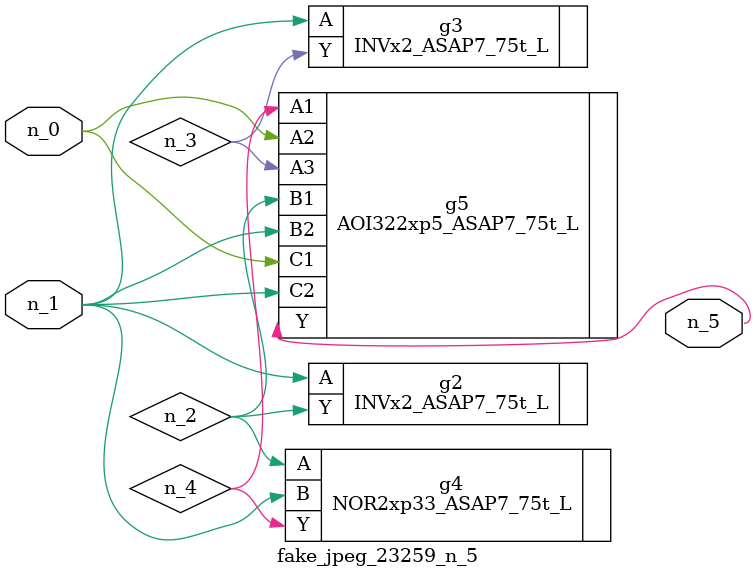
<source format=v>
module fake_jpeg_23259_n_5 (n_0, n_1, n_5);

input n_0;
input n_1;

output n_5;

wire n_2;
wire n_3;
wire n_4;

INVx2_ASAP7_75t_L g2 ( 
.A(n_1),
.Y(n_2)
);

INVx2_ASAP7_75t_L g3 ( 
.A(n_1),
.Y(n_3)
);

NOR2xp33_ASAP7_75t_L g4 ( 
.A(n_2),
.B(n_1),
.Y(n_4)
);

AOI322xp5_ASAP7_75t_L g5 ( 
.A1(n_4),
.A2(n_0),
.A3(n_3),
.B1(n_2),
.B2(n_1),
.C1(n_0),
.C2(n_1),
.Y(n_5)
);


endmodule
</source>
